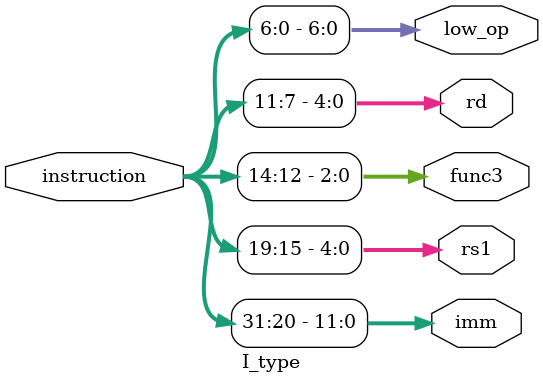
<source format=v>
`timescale 100ns / 10ns

module R_type(
  input wire [31:0] instruction,
  output wire [6:0]func7,
  output wire [4:0]rs2,
  output wire [4:0]rs1,
  output wire [2:0]func3,
  output wire [4:0]rd,
  //output opcode,
  output wire [6:0]low_op
);

  assign func7 = instruction[31:25];
  assign rs2 = instruction[24:20];
  assign rs1 = instruction[19:15];
  assign func3 = instruction[14:12];
  assign rd = instruction[11:7];
  assign low_op = instruction[6:0];
endmodule 

module I_type(
  input wire [31:0] instruction,
  output wire [11:0]imm,
  output wire [4:0]rs1,
  output wire [2:0]func3,
  output wire [4:0]rd,
 // output wire opcode,
  output wire [6:0]low_op
);

  assign imm = instruction[31:20];
  assign rs1 = instruction[19:15];
  assign func3 = instruction[14:12];
  assign rd = instruction[11:7];
  assign low_op = instruction[6:0];
endmodule 


</source>
